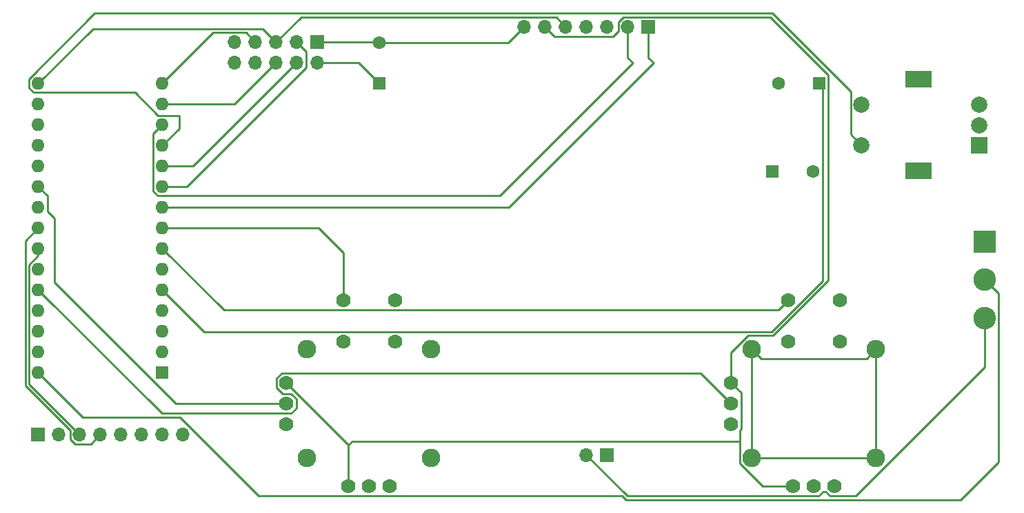
<source format=gbr>
%TF.GenerationSoftware,KiCad,Pcbnew,(5.1.7)-1*%
%TF.CreationDate,2021-01-15T10:10:13+10:00*%
%TF.ProjectId,Universal Controller Mk1,556e6976-6572-4736-916c-20436f6e7472,rev?*%
%TF.SameCoordinates,Original*%
%TF.FileFunction,Copper,L1,Top*%
%TF.FilePolarity,Positive*%
%FSLAX46Y46*%
G04 Gerber Fmt 4.6, Leading zero omitted, Abs format (unit mm)*
G04 Created by KiCad (PCBNEW (5.1.7)-1) date 2021-01-15 10:10:13*
%MOMM*%
%LPD*%
G01*
G04 APERTURE LIST*
%TA.AperFunction,ComponentPad*%
%ADD10R,1.700000X1.700000*%
%TD*%
%TA.AperFunction,ComponentPad*%
%ADD11O,1.700000X1.700000*%
%TD*%
%TA.AperFunction,ComponentPad*%
%ADD12C,1.778000*%
%TD*%
%TA.AperFunction,ComponentPad*%
%ADD13C,2.286000*%
%TD*%
%TA.AperFunction,ComponentPad*%
%ADD14O,1.600000X1.600000*%
%TD*%
%TA.AperFunction,ComponentPad*%
%ADD15R,1.600000X1.600000*%
%TD*%
%TA.AperFunction,ComponentPad*%
%ADD16R,2.000000X2.000000*%
%TD*%
%TA.AperFunction,ComponentPad*%
%ADD17C,2.000000*%
%TD*%
%TA.AperFunction,ComponentPad*%
%ADD18R,3.200000X2.000000*%
%TD*%
%TA.AperFunction,ComponentPad*%
%ADD19C,1.600000*%
%TD*%
%TA.AperFunction,ComponentPad*%
%ADD20R,2.775000X2.775000*%
%TD*%
%TA.AperFunction,ComponentPad*%
%ADD21C,2.775000*%
%TD*%
%TA.AperFunction,Conductor*%
%ADD22C,0.250000*%
%TD*%
G04 APERTURE END LIST*
D10*
%TO.P,J3,1*%
%TO.N,D6*%
X151130000Y-50165000D03*
D11*
%TO.P,J3,2*%
%TO.N,D10*%
X148590000Y-50165000D03*
%TO.P,J3,3*%
%TO.N,RESET*%
X146050000Y-50165000D03*
%TO.P,J3,4*%
%TO.N,D11*%
X143510000Y-50165000D03*
%TO.P,J3,5*%
%TO.N,D13*%
X140970000Y-50165000D03*
%TO.P,J3,6*%
%TO.N,5V*%
X138430000Y-50165000D03*
%TO.P,J3,7*%
%TO.N,GND*%
X135890000Y-50165000D03*
%TD*%
D12*
%TO.P,U1,V3*%
%TO.N,GND*%
X161290000Y-99060000D03*
%TO.P,U1,V2*%
%TO.N,A7*%
X161290000Y-96520000D03*
%TO.P,U1,V1*%
%TO.N,5V*%
X161290000Y-93980000D03*
D13*
%TO.P,U1,S4*%
%TO.N,Net-(U1-PadS1)*%
X179070000Y-89852500D03*
%TO.P,U1,S3*%
X179070000Y-103187500D03*
%TO.P,U1,S2*%
X163830000Y-103187500D03*
%TO.P,U1,S1*%
X163830000Y-89852500D03*
D12*
%TO.P,U1,H3*%
%TO.N,GND*%
X173990000Y-106680000D03*
%TO.P,U1,H2*%
%TO.N,A6*%
X171450000Y-106680000D03*
%TO.P,U1,H1*%
%TO.N,5V*%
X168910000Y-106680000D03*
%TO.P,U1,B2B*%
%TO.N,N/C*%
X174625000Y-88900000D03*
%TO.P,U1,B2A*%
%TO.N,GND*%
X168275000Y-88900000D03*
%TO.P,U1,B1B*%
%TO.N,N/C*%
X174625000Y-83820000D03*
%TO.P,U1,B1A*%
%TO.N,D4*%
X168275000Y-83820000D03*
%TD*%
D14*
%TO.P,A1,16*%
%TO.N,D13*%
X76200000Y-57150000D03*
%TO.P,A1,15*%
%TO.N,D12*%
X91440000Y-57150000D03*
%TO.P,A1,30*%
%TO.N,VIN*%
X76200000Y-92710000D03*
%TO.P,A1,14*%
%TO.N,D11*%
X91440000Y-59690000D03*
%TO.P,A1,29*%
%TO.N,GND*%
X76200000Y-90170000D03*
%TO.P,A1,13*%
%TO.N,D10*%
X91440000Y-62230000D03*
%TO.P,A1,28*%
%TO.N,RESET*%
X76200000Y-87630000D03*
%TO.P,A1,12*%
%TO.N,D9*%
X91440000Y-64770000D03*
%TO.P,A1,27*%
%TO.N,5V*%
X76200000Y-85090000D03*
%TO.P,A1,11*%
%TO.N,D8*%
X91440000Y-67310000D03*
%TO.P,A1,26*%
%TO.N,A7*%
X76200000Y-82550000D03*
%TO.P,A1,10*%
%TO.N,D7*%
X91440000Y-69850000D03*
%TO.P,A1,25*%
%TO.N,A6*%
X76200000Y-80010000D03*
%TO.P,A1,9*%
%TO.N,D6*%
X91440000Y-72390000D03*
%TO.P,A1,24*%
%TO.N,A5*%
X76200000Y-77470000D03*
%TO.P,A1,8*%
%TO.N,D5*%
X91440000Y-74930000D03*
%TO.P,A1,23*%
%TO.N,A4*%
X76200000Y-74930000D03*
%TO.P,A1,7*%
%TO.N,D4*%
X91440000Y-77470000D03*
%TO.P,A1,22*%
%TO.N,A3*%
X76200000Y-72390000D03*
%TO.P,A1,6*%
%TO.N,D3*%
X91440000Y-80010000D03*
%TO.P,A1,21*%
%TO.N,A2*%
X76200000Y-69850000D03*
%TO.P,A1,5*%
%TO.N,D2*%
X91440000Y-82550000D03*
%TO.P,A1,20*%
%TO.N,Net-(A1-Pad20)*%
X76200000Y-67310000D03*
%TO.P,A1,4*%
%TO.N,GND*%
X91440000Y-85090000D03*
%TO.P,A1,19*%
%TO.N,Net-(A1-Pad19)*%
X76200000Y-64770000D03*
%TO.P,A1,3*%
%TO.N,Net-(A1-Pad3)*%
X91440000Y-87630000D03*
%TO.P,A1,18*%
%TO.N,Net-(A1-Pad18)*%
X76200000Y-62230000D03*
%TO.P,A1,2*%
%TO.N,Net-(A1-Pad2)*%
X91440000Y-90170000D03*
%TO.P,A1,17*%
%TO.N,3V3*%
X76200000Y-59690000D03*
D15*
%TO.P,A1,1*%
%TO.N,Net-(A1-Pad1)*%
X91440000Y-92710000D03*
%TD*%
D16*
%TO.P,SW1,A*%
%TO.N,D3*%
X191770000Y-64770000D03*
D17*
%TO.P,SW1,C*%
%TO.N,GND*%
X191770000Y-62270000D03*
%TO.P,SW1,B*%
%TO.N,D2*%
X191770000Y-59770000D03*
D18*
%TO.P,SW1,MP*%
%TO.N,N/C*%
X184270000Y-67870000D03*
X184270000Y-56670000D03*
D17*
%TO.P,SW1,S2*%
%TO.N,D9*%
X177270000Y-64770000D03*
%TO.P,SW1,S1*%
%TO.N,GND*%
X177270000Y-59770000D03*
%TD*%
D19*
%TO.P,C1,2*%
%TO.N,D3*%
X171370000Y-67945000D03*
D15*
%TO.P,C1,1*%
%TO.N,GND*%
X166370000Y-67945000D03*
%TD*%
D19*
%TO.P,C2,2*%
%TO.N,GND*%
X167085000Y-57150000D03*
D15*
%TO.P,C2,1*%
%TO.N,D2*%
X172085000Y-57150000D03*
%TD*%
D19*
%TO.P,C3,2*%
%TO.N,GND*%
X118110000Y-52150000D03*
D15*
%TO.P,C3,1*%
%TO.N,3V3*%
X118110000Y-57150000D03*
%TD*%
D11*
%TO.P,J1,8*%
%TO.N,Net-(J1-Pad8)*%
X93980000Y-100330000D03*
%TO.P,J1,7*%
%TO.N,Net-(J1-Pad7)*%
X91440000Y-100330000D03*
%TO.P,J1,6*%
%TO.N,Net-(J1-Pad6)*%
X88900000Y-100330000D03*
%TO.P,J1,5*%
%TO.N,Net-(J1-Pad5)*%
X86360000Y-100330000D03*
%TO.P,J1,4*%
%TO.N,A4*%
X83820000Y-100330000D03*
%TO.P,J1,3*%
%TO.N,A5*%
X81280000Y-100330000D03*
%TO.P,J1,2*%
%TO.N,GND*%
X78740000Y-100330000D03*
D10*
%TO.P,J1,1*%
%TO.N,3V3*%
X76200000Y-100330000D03*
%TD*%
D11*
%TO.P,J6,2*%
%TO.N,Net-(J6-Pad2)*%
X143510000Y-102870000D03*
D10*
%TO.P,J6,1*%
%TO.N,GND*%
X146050000Y-102870000D03*
%TD*%
D11*
%TO.P,J2,10*%
%TO.N,N/C*%
X100330000Y-54610000D03*
%TO.P,J2,9*%
%TO.N,Net-(J2-Pad9)*%
X100330000Y-52070000D03*
%TO.P,J2,8*%
%TO.N,Net-(J2-Pad8)*%
X102870000Y-54610000D03*
%TO.P,J2,7*%
%TO.N,D12*%
X102870000Y-52070000D03*
%TO.P,J2,6*%
%TO.N,D11*%
X105410000Y-54610000D03*
%TO.P,J2,5*%
%TO.N,D13*%
X105410000Y-52070000D03*
%TO.P,J2,4*%
%TO.N,D8*%
X107950000Y-54610000D03*
%TO.P,J2,3*%
%TO.N,D7*%
X107950000Y-52070000D03*
%TO.P,J2,2*%
%TO.N,3V3*%
X110490000Y-54610000D03*
D10*
%TO.P,J2,1*%
%TO.N,GND*%
X110490000Y-52070000D03*
%TD*%
D12*
%TO.P,U2,B1A*%
%TO.N,D5*%
X113665000Y-83820000D03*
%TO.P,U2,B1B*%
%TO.N,N/C*%
X120015000Y-83820000D03*
%TO.P,U2,B2A*%
%TO.N,GND*%
X113665000Y-88900000D03*
%TO.P,U2,B2B*%
%TO.N,N/C*%
X120015000Y-88900000D03*
%TO.P,U2,H1*%
%TO.N,5V*%
X114300000Y-106680000D03*
%TO.P,U2,H2*%
%TO.N,A3*%
X116840000Y-106680000D03*
%TO.P,U2,H3*%
%TO.N,GND*%
X119380000Y-106680000D03*
D13*
%TO.P,U2,S1*%
%TO.N,Net-(U2-PadS1)*%
X109220000Y-89852500D03*
%TO.P,U2,S2*%
X109220000Y-103187500D03*
%TO.P,U2,S3*%
X124460000Y-103187500D03*
%TO.P,U2,S4*%
X124460000Y-89852500D03*
D12*
%TO.P,U2,V1*%
%TO.N,5V*%
X106680000Y-93980000D03*
%TO.P,U2,V2*%
%TO.N,A2*%
X106680000Y-96520000D03*
%TO.P,U2,V3*%
%TO.N,GND*%
X106680000Y-99060000D03*
%TD*%
D20*
%TO.P,S1,1*%
%TO.N,Net-(S1-Pad1)*%
X192405000Y-76580000D03*
D21*
%TO.P,S1,2*%
%TO.N,VIN*%
X192405000Y-81280000D03*
%TO.P,S1,3*%
%TO.N,Net-(J6-Pad2)*%
X192405000Y-85980000D03*
%TD*%
D22*
%TO.N,GND*%
X118030000Y-52070000D02*
X118110000Y-52150000D01*
X110490000Y-52070000D02*
X118030000Y-52070000D01*
X133905000Y-52150000D02*
X135890000Y-50165000D01*
X118110000Y-52150000D02*
X133905000Y-52150000D01*
%TO.N,D2*%
X172495001Y-57560001D02*
X172085000Y-57150000D01*
X172495001Y-81396721D02*
X172495001Y-57560001D01*
X166205723Y-87685999D02*
X172495001Y-81396721D01*
X96575999Y-87685999D02*
X166205723Y-87685999D01*
X93980000Y-85090000D02*
X96575999Y-87685999D01*
X91440000Y-82550000D02*
X93980000Y-85090000D01*
X93980000Y-85090000D02*
X94374011Y-85484011D01*
%TO.N,A2*%
X78181200Y-81636202D02*
X78181200Y-73761600D01*
X93064998Y-96520000D02*
X78181200Y-81636202D01*
X106680000Y-96520000D02*
X93064998Y-96520000D01*
X77325001Y-70975001D02*
X76200000Y-69850000D01*
X78181200Y-73761600D02*
X77325001Y-72905401D01*
X77325001Y-72905401D02*
X77325001Y-70975001D01*
%TO.N,D4*%
X167060999Y-85034001D02*
X168275000Y-83820000D01*
X99004001Y-85034001D02*
X167060999Y-85034001D01*
X91440000Y-77470000D02*
X99004001Y-85034001D01*
%TO.N,A4*%
X82644999Y-101505001D02*
X83820000Y-100330000D01*
X80715999Y-101505001D02*
X82644999Y-101505001D01*
X80104999Y-100894001D02*
X80715999Y-101505001D01*
X80104999Y-99791409D02*
X80104999Y-100894001D01*
X74624990Y-76505010D02*
X74624990Y-94311400D01*
X74624990Y-94311400D02*
X80104999Y-99791409D01*
X76200000Y-74930000D02*
X74624990Y-76505010D01*
%TO.N,D5*%
X113665000Y-83820000D02*
X113665000Y-77952600D01*
X113665000Y-77952600D02*
X110642400Y-74930000D01*
X110642400Y-74930000D02*
X91440000Y-74930000D01*
%TO.N,A5*%
X81280000Y-100330000D02*
X75074999Y-94124999D01*
X75074999Y-94124999D02*
X75074999Y-79469999D01*
X76200000Y-78344998D02*
X76200000Y-77470000D01*
X75074999Y-79469999D02*
X76200000Y-78344998D01*
%TO.N,D7*%
X107950000Y-52070000D02*
X109125001Y-53245001D01*
X109125001Y-53245001D02*
X109125001Y-55174001D01*
X109125001Y-55174001D02*
X94449002Y-69850000D01*
X94449002Y-69850000D02*
X91440000Y-69850000D01*
%TO.N,A7*%
X105465999Y-93397279D02*
X106097279Y-92765999D01*
X105465999Y-94562721D02*
X105465999Y-93397279D01*
X106209277Y-95305999D02*
X105465999Y-94562721D01*
X107262721Y-95305999D02*
X106209277Y-95305999D01*
X107894001Y-95937279D02*
X107262721Y-95305999D01*
X107894001Y-97102721D02*
X107894001Y-95937279D01*
X107262721Y-97734001D02*
X107894001Y-97102721D01*
X157535999Y-92765999D02*
X161290000Y-96520000D01*
X106097279Y-92765999D02*
X157535999Y-92765999D01*
X91384001Y-97734001D02*
X107262721Y-97734001D01*
X76200000Y-82550000D02*
X91384001Y-97734001D01*
%TO.N,D8*%
X107950000Y-54610000D02*
X95250000Y-67310000D01*
X95250000Y-67310000D02*
X91440000Y-67310000D01*
%TO.N,D9*%
X93488589Y-62721411D02*
X91440000Y-64770000D01*
X75074999Y-57690001D02*
X75659999Y-58275001D01*
X75074999Y-56609999D02*
X75074999Y-57690001D01*
X90899999Y-61104999D02*
X93488589Y-61104999D01*
X75659999Y-58275001D02*
X88070001Y-58275001D01*
X166296401Y-48539989D02*
X83145009Y-48539989D01*
X175944999Y-58188587D02*
X166296401Y-48539989D01*
X88070001Y-58275001D02*
X90899999Y-61104999D01*
X175944999Y-63444999D02*
X175944999Y-58188587D01*
X93488589Y-61104999D02*
X93488589Y-62721411D01*
X83145009Y-48539989D02*
X75074999Y-56609999D01*
X177270000Y-64770000D02*
X175944999Y-63444999D01*
%TO.N,D11*%
X100330000Y-59690000D02*
X91440000Y-59690000D01*
X105410000Y-54610000D02*
X100330000Y-59690000D01*
%TO.N,VIN*%
X194117501Y-82992501D02*
X192405000Y-81280000D01*
X189470989Y-108344011D02*
X194117501Y-103697499D01*
X147897591Y-107894001D02*
X148347601Y-108344011D01*
X103283003Y-107894001D02*
X147897591Y-107894001D01*
X93573013Y-98184011D02*
X103283003Y-107894001D01*
X194117501Y-103697499D02*
X194117501Y-82992501D01*
X81674011Y-98184011D02*
X93573013Y-98184011D01*
X148347601Y-108344011D02*
X189470989Y-108344011D01*
X76200000Y-92710000D02*
X81674011Y-98184011D01*
%TO.N,D12*%
X102870000Y-52070000D02*
X101694999Y-50894999D01*
X97695001Y-50894999D02*
X91440000Y-57150000D01*
X101694999Y-50894999D02*
X97695001Y-50894999D01*
%TO.N,D13*%
X82905010Y-50444990D02*
X76200000Y-57150000D01*
X103784990Y-50444990D02*
X82905010Y-50444990D01*
X105410000Y-52070000D02*
X103784990Y-50444990D01*
X108490001Y-48989999D02*
X105410000Y-52070000D01*
X139794999Y-48989999D02*
X108490001Y-48989999D01*
X140970000Y-50165000D02*
X139794999Y-48989999D01*
%TO.N,3V3*%
X110490000Y-54610000D02*
X115570000Y-54610000D01*
X115570000Y-54610000D02*
X118110000Y-57150000D01*
%TO.N,5V*%
X162361999Y-99784723D02*
X162504001Y-99642721D01*
X165149858Y-106680000D02*
X162361999Y-103892141D01*
X162504001Y-95194001D02*
X161290000Y-93980000D01*
X162504001Y-99642721D02*
X162504001Y-95194001D01*
X168910000Y-106680000D02*
X165149858Y-106680000D01*
X162361999Y-103892141D02*
X162361999Y-102482859D01*
X114300000Y-101600000D02*
X106680000Y-93980000D01*
X114300000Y-106680000D02*
X114300000Y-101600000D01*
X114762399Y-101137601D02*
X114300000Y-101600000D01*
X162361999Y-101137601D02*
X114762399Y-101137601D01*
X162361999Y-103892141D02*
X162361999Y-101137601D01*
X162361999Y-101137601D02*
X162361999Y-99784723D01*
X163373849Y-88136009D02*
X161290000Y-90219858D01*
X161290000Y-90219858D02*
X161290000Y-93980000D01*
X173210001Y-81318131D02*
X166392123Y-88136009D01*
X166110001Y-48989999D02*
X173210001Y-56089999D01*
X148025999Y-48989999D02*
X166110001Y-48989999D01*
X147414999Y-49600999D02*
X148025999Y-48989999D01*
X166392123Y-88136009D02*
X163373849Y-88136009D01*
X147414999Y-50729001D02*
X147414999Y-49600999D01*
X173210001Y-56089999D02*
X173210001Y-81318131D01*
X146803999Y-51340001D02*
X147414999Y-50729001D01*
X139605001Y-51340001D02*
X146803999Y-51340001D01*
X138430000Y-50165000D02*
X139605001Y-51340001D01*
%TO.N,Net-(U1-PadS1)*%
X179070000Y-103187500D02*
X179070000Y-89852500D01*
X164972999Y-90995499D02*
X163830000Y-89852500D01*
X177927001Y-90995499D02*
X164972999Y-90995499D01*
X179070000Y-89852500D02*
X177927001Y-90995499D01*
X163830000Y-89852500D02*
X163830000Y-103187500D01*
X163830000Y-103187500D02*
X179070000Y-103187500D01*
%TO.N,D6*%
X151765000Y-54610000D02*
X133985000Y-72390000D01*
X133985000Y-72390000D02*
X91440000Y-72390000D01*
X151130000Y-50165000D02*
X151130000Y-53975000D01*
X151130000Y-53975000D02*
X151765000Y-54610000D01*
%TO.N,D10*%
X90899999Y-70975001D02*
X90314999Y-70390001D01*
X149225000Y-54610000D02*
X132859999Y-70975001D01*
X90314999Y-70390001D02*
X90314999Y-63355001D01*
X132859999Y-70975001D02*
X90899999Y-70975001D01*
X90314999Y-63355001D02*
X91440000Y-62230000D01*
X148590000Y-53975000D02*
X149225000Y-54610000D01*
X148590000Y-50165000D02*
X148590000Y-53975000D01*
%TO.N,Net-(J6-Pad2)*%
X192010989Y-85484011D02*
X192164011Y-85484011D01*
X148534001Y-107894001D02*
X143510000Y-102870000D01*
X172828278Y-107315000D02*
X172611722Y-107315000D01*
X173407279Y-107894001D02*
X172828278Y-107315000D01*
X172032721Y-107894001D02*
X148534001Y-107894001D01*
X172611722Y-107315000D02*
X172032721Y-107894001D01*
X176536141Y-107894001D02*
X173407279Y-107894001D01*
X192405000Y-92025142D02*
X176536141Y-107894001D01*
X192405000Y-85980000D02*
X192405000Y-92025142D01*
%TD*%
M02*

</source>
